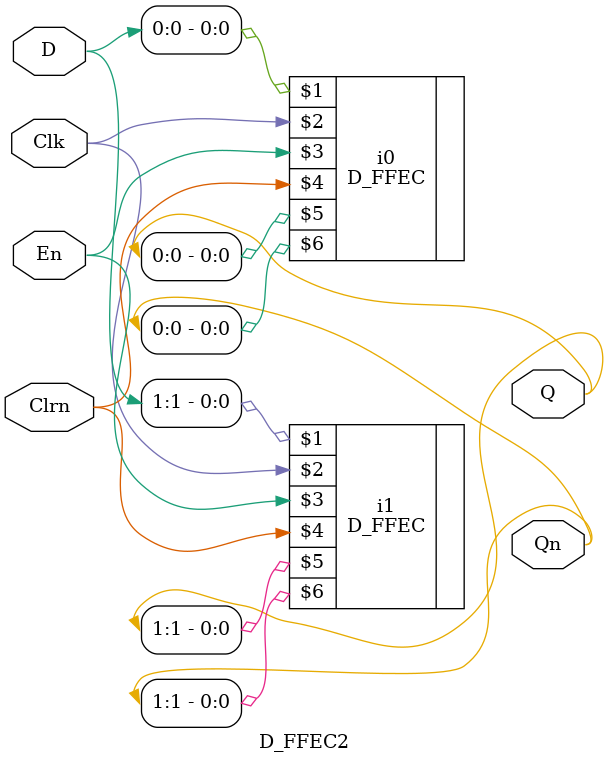
<source format=v>
`timescale 1ns / 1ps
module D_FFEC2(D,Clk,En,Clrn,Q,Qn
    );
	 input[1:0] D;
	 input Clk,En,Clrn;
	 output[1:0] Q,Qn;
	 D_FFEC i0(D[0],Clk,En,Clrn,Q[0],Qn[0]);
	 D_FFEC i1(D[1],Clk,En,Clrn,Q[1],Qn[1]);




endmodule

</source>
